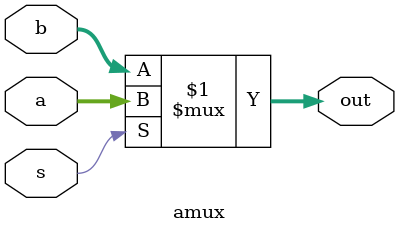
<source format=v>
module amux (
    s, a, b, out
);
    input s;
    input [2:0] a;
    input [2:0] b;
    output [2:0] out;

    assign out = s ? a : b;
endmodule
</source>
